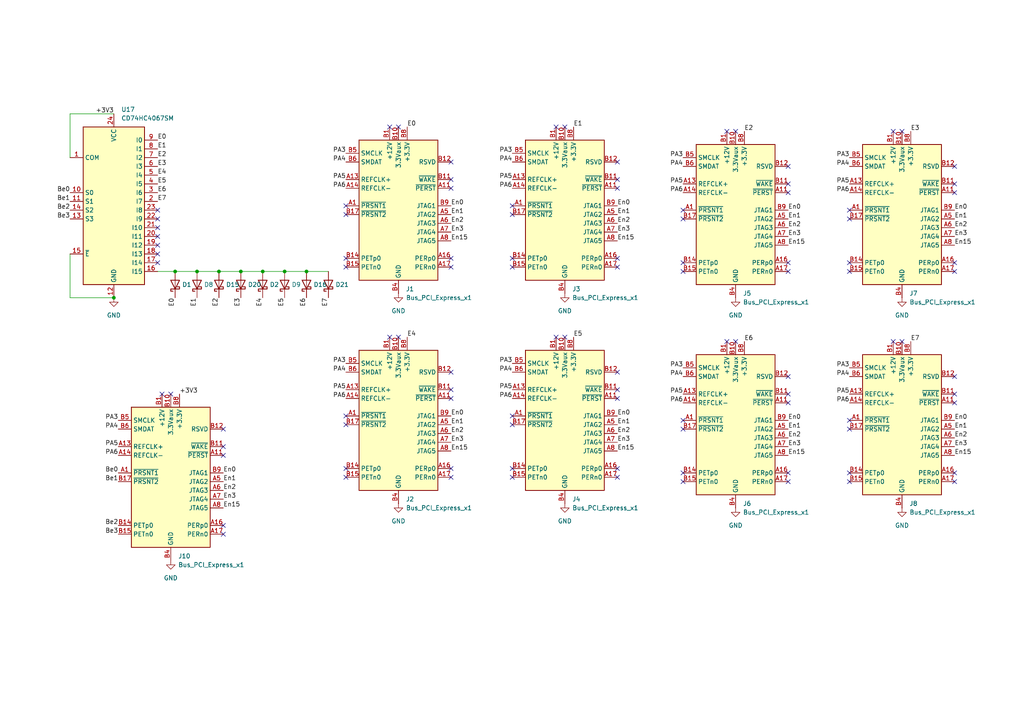
<source format=kicad_sch>
(kicad_sch (version 20250114) (generator "eeschema") (generator_version "9.0")
  (paper "A4")
  (lib_symbols
    (symbol "74xx:CD74HC4067SM"
      (property "Reference" "U" (at -8.89 22.86 0))
      (property "Value" "CD74HC4067SM" (at 1.27 22.86 0))
      (symbol "CD74HC4067SM_0_1"
        (rectangle (start -8.89 21.59) (end 8.89 -24.13) (stroke (width 0.254)) (fill (type background)))
      )
      (symbol "CD74HC4067SM_1_1"
        (pin passive line (at -12.7 12.7 0) (length 3.81) (name "COM") (number "1"))
        (pin input line (at -12.7 2.54 0) (length 3.81) (name "S0") (number "10"))
        (pin input line (at -12.7 0 0) (length 3.81) (name "S1") (number "11"))
        (pin input line (at -12.7 -2.54 0) (length 3.81) (name "S2") (number "14"))
        (pin input line (at -12.7 -5.08 0) (length 3.81) (name "S3") (number "13"))
        (pin input line (at -12.7 -15.24 0) (length 3.81) (name "~{E}") (number "15"))
        (pin power_in line (at 0 25.4 270) (length 3.81) (name "VCC") (number "24"))
        (pin power_in line (at 0 -27.94 90) (length 3.81) (name "GND") (number "12"))
        (pin passive line (at 12.7 17.78 180) (length 3.81) (name "I0") (number "9"))
        (pin passive line (at 12.7 15.24 180) (length 3.81) (name "I1") (number "8"))
        (pin passive line (at 12.7 12.7 180) (length 3.81) (name "I2") (number "7"))
        (pin passive line (at 12.7 10.16 180) (length 3.81) (name "I3") (number "6"))
        (pin passive line (at 12.7 7.62 180) (length 3.81) (name "I4") (number "5"))
        (pin passive line (at 12.7 5.08 180) (length 3.81) (name "I5") (number "4"))
        (pin passive line (at 12.7 2.54 180) (length 3.81) (name "I6") (number "3"))
        (pin passive line (at 12.7 0 180) (length 3.81) (name "I7") (number "2"))
        (pin passive line (at 12.7 -2.54 180) (length 3.81) (name "I8") (number "23"))
        (pin passive line (at 12.7 -5.08 180) (length 3.81) (name "I9") (number "22"))
        (pin passive line (at 12.7 -7.62 180) (length 3.81) (name "I10") (number "21"))
        (pin passive line (at 12.7 -10.16 180) (length 3.81) (name "I11") (number "20"))
        (pin passive line (at 12.7 -12.7 180) (length 3.81) (name "I12") (number "19"))
        (pin passive line (at 12.7 -15.24 180) (length 3.81) (name "I13") (number "18"))
        (pin passive line (at 12.7 -17.78 180) (length 3.81) (name "I14") (number "17"))
        (pin passive line (at 12.7 -20.32 180) (length 3.81) (name "I15") (number "16"))
      )
    )
    (symbol "Connector:Bus_PCI_Express_x1"
      (property "Reference" "J" (at -8.89 22.86 0))
      (property "Value" "Bus_PCI_Express_x1" (at 12.7 22.86 0))
      (symbol "Bus_PCI_Express_x1_0_1"
        (rectangle (start -11.43 21.59) (end 11.43 -19.05) (stroke (width 0.254)) (fill (type background)))
      )
      (symbol "Bus_PCI_Express_x1_1_1"
        (pin input line (at -15.24 17.78 0) (length 3.81) (name "SMCLK") (number "B5"))
        (pin bidirectional line (at -15.24 15.24 0) (length 3.81) (name "SMDAT") (number "B6"))
        (pin input line (at -15.24 10.16 0) (length 3.81) (name "REFCLK+") (number "A13"))
        (pin input line (at -15.24 7.62 0) (length 3.81) (name "REFCLK-") (number "A14"))
        (pin passive line (at -15.24 2.54 0) (length 3.81) (name "~{PRSNT1}") (number "A1"))
        (pin passive line (at -15.24 0 0) (length 3.81) (name "~{PRSNT2}") (number "B17"))
        (pin input line (at -15.24 -12.7 0) (length 3.81) (name "PETp0") (number "B14"))
        (pin input line (at -15.24 -15.24 0) (length 3.81) (name "PETn0") (number "B15"))
        (pin passive line (at -2.54 25.4 270) (length 3.81) (hide yes) (name "+12V") (number "A2"))
        (pin passive line (at -2.54 25.4 270) (length 3.81) (hide yes) (name "+12V") (number "A3"))
        (pin power_in line (at -2.54 25.4 270) (length 3.81) (name "+12V") (number "B1"))
        (pin passive line (at -2.54 25.4 270) (length 3.81) (hide yes) (name "+12V") (number "B2"))
        (pin passive line (at -2.54 25.4 270) (length 3.81) (hide yes) (name "+12V") (number "B3"))
        (pin power_in line (at 0 25.4 270) (length 3.81) (name "3.3Vaux") (number "B10"))
        (pin passive line (at 0 -22.86 90) (length 3.81) (hide yes) (name "GND") (number "A12"))
        (pin passive line (at 0 -22.86 90) (length 3.81) (hide yes) (name "GND") (number "A15"))
        (pin passive line (at 0 -22.86 90) (length 3.81) (hide yes) (name "GND") (number "A18"))
        (pin passive line (at 0 -22.86 90) (length 3.81) (hide yes) (name "GND") (number "A4"))
        (pin passive line (at 0 -22.86 90) (length 3.81) (hide yes) (name "GND") (number "B13"))
        (pin passive line (at 0 -22.86 90) (length 3.81) (hide yes) (name "GND") (number "B16"))
        (pin passive line (at 0 -22.86 90) (length 3.81) (hide yes) (name "GND") (number "B18"))
        (pin power_in line (at 0 -22.86 90) (length 3.81) (name "GND") (number "B4"))
        (pin passive line (at 0 -22.86 90) (length 3.81) (hide yes) (name "GND") (number "B7"))
        (pin passive line (at 2.54 25.4 270) (length 3.81) (hide yes) (name "+3.3V") (number "A10"))
        (pin passive line (at 2.54 25.4 270) (length 3.81) (hide yes) (name "+3.3V") (number "A9"))
        (pin power_in line (at 2.54 25.4 270) (length 3.81) (name "+3.3V") (number "B8"))
        (pin passive line (at 15.24 15.24 180) (length 3.81) (name "RSVD") (number "B12"))
        (pin open_collector line (at 15.24 10.16 180) (length 3.81) (name "~{WAKE}") (number "B11"))
        (pin input line (at 15.24 7.62 180) (length 3.81) (name "~{PERST}") (number "A11"))
        (pin input line (at 15.24 2.54 180) (length 3.81) (name "JTAG1") (number "B9"))
        (pin input line (at 15.24 0 180) (length 3.81) (name "JTAG2") (number "A5"))
        (pin input line (at 15.24 -2.54 180) (length 3.81) (name "JTAG3") (number "A6"))
        (pin output line (at 15.24 -5.08 180) (length 3.81) (name "JTAG4") (number "A7"))
        (pin input line (at 15.24 -7.62 180) (length 3.81) (name "JTAG5") (number "A8"))
        (pin output line (at 15.24 -12.7 180) (length 3.81) (name "PERp0") (number "A16"))
        (pin output line (at 15.24 -15.24 180) (length 3.81) (name "PERn0") (number "A17"))
      )
    )
    (symbol "Device:D_Schottky" (pin_numbers (hide yes)) (pin_names (offset 1.016) (hide yes))
      (property "Reference" "D" (at 0 2.54 0))
      (property "Value" "D_Schottky" (at 0 -2.54 0))
      (symbol "D_Schottky_0_1"
        (polyline (pts (xy -1.905 0.635) (xy -1.905 1.27) (xy -1.27 1.27) (xy -1.27 -1.27) (xy -0.635 -1.27) (xy -0.635 -0.635)) (stroke (width 0.254)))
        (polyline (pts (xy 1.27 1.27) (xy 1.27 -1.27) (xy -1.27 0) (xy 1.27 1.27)) (stroke (width 0.254)))
        (polyline (pts (xy 1.27 0) (xy -1.27 0)))
      )
      (symbol "D_Schottky_1_1"
        (pin passive line (at -3.81 0 0) (length 2.54) (name "K") (number "1"))
        (pin passive line (at 3.81 0 180) (length 2.54) (name "A") (number "2"))
      )
    )
    (symbol "power:GND2" (power) (pin_numbers (hide yes)) (pin_names (offset 0) (hide yes))
      (property "Value" "GND2" (at 0 -3.81 0))
      (symbol "GND2_0_1"
        (polyline (pts (xy 0 0) (xy 0 -1.27) (xy 1.27 -1.27) (xy 0 -2.54) (xy -1.27 -1.27) (xy 0 -1.27)))
      )
      (symbol "GND2_1_1"
        (pin power_in line (at 0 0 270) (length 0) (name "~") (number "1"))
      )
    )
  )
  (junction (at 33.02 86.36))
  (junction (at 76.2 78.74))
  (junction (at 57.15 78.74))
  (junction (at 82.55 78.74))
  (junction (at 50.8 78.74))
  (junction (at 69.85 78.74))
  (junction (at 88.9 78.74))
  (junction (at 63.5 78.74))
  (no_connect (at 148.59 77.47))
  (no_connect (at 246.38 121.92))
  (no_connect (at 148.59 62.23))
  (no_connect (at 213.36 99.06))
  (no_connect (at 148.59 59.69))
  (no_connect (at 276.86 76.2))
  (no_connect (at 276.86 139.7))
  (no_connect (at 100.33 74.93))
  (no_connect (at 45.72 76.2))
  (no_connect (at 161.29 36.83))
  (no_connect (at 198.12 137.16))
  (no_connect (at 130.81 74.93))
  (no_connect (at 148.59 138.43))
  (no_connect (at 228.6 139.7))
  (no_connect (at 161.29 97.79))
  (no_connect (at 276.86 53.34))
  (no_connect (at 179.07 46.99))
  (no_connect (at 130.81 77.47))
  (no_connect (at 246.38 60.96))
  (no_connect (at 45.72 63.5))
  (no_connect (at 100.33 77.47))
  (no_connect (at 148.59 123.19))
  (no_connect (at 179.07 77.47))
  (no_connect (at 198.12 60.96))
  (no_connect (at 210.82 99.06))
  (no_connect (at 246.38 63.5))
  (no_connect (at 45.72 60.96))
  (no_connect (at 179.07 138.43))
  (no_connect (at 45.72 66.04))
  (no_connect (at 276.86 116.84))
  (no_connect (at 148.59 135.89))
  (no_connect (at 246.38 78.74))
  (no_connect (at 198.12 78.74))
  (no_connect (at 276.86 48.26))
  (no_connect (at 228.6 55.88))
  (no_connect (at 115.57 97.79))
  (no_connect (at 163.83 36.83))
  (no_connect (at 148.59 120.65))
  (no_connect (at 100.33 62.23))
  (no_connect (at 179.07 52.07))
  (no_connect (at 148.59 74.93))
  (no_connect (at 45.72 68.58))
  (no_connect (at 100.33 59.69))
  (no_connect (at 228.6 53.34))
  (no_connect (at 276.86 137.16))
  (no_connect (at 210.82 38.1))
  (no_connect (at 261.62 99.06))
  (no_connect (at 228.6 48.26))
  (no_connect (at 130.81 52.07))
  (no_connect (at 179.07 74.93))
  (no_connect (at 130.81 113.03))
  (no_connect (at 163.83 97.79))
  (no_connect (at 45.72 73.66))
  (no_connect (at 64.77 152.4))
  (no_connect (at 179.07 107.95))
  (no_connect (at 198.12 121.92))
  (no_connect (at 130.81 46.99))
  (no_connect (at 198.12 63.5))
  (no_connect (at 64.77 132.08))
  (no_connect (at 130.81 107.95))
  (no_connect (at 198.12 139.7))
  (no_connect (at 130.81 138.43))
  (no_connect (at 246.38 124.46))
  (no_connect (at 276.86 109.22))
  (no_connect (at 228.6 109.22))
  (no_connect (at 246.38 137.16))
  (no_connect (at 113.03 97.79))
  (no_connect (at 179.07 54.61))
  (no_connect (at 213.36 38.1))
  (no_connect (at 198.12 76.2))
  (no_connect (at 228.6 137.16))
  (no_connect (at 130.81 115.57))
  (no_connect (at 113.03 36.83))
  (no_connect (at 228.6 78.74))
  (no_connect (at 246.38 76.2))
  (no_connect (at 179.07 115.57))
  (no_connect (at 100.33 135.89))
  (no_connect (at 100.33 138.43))
  (no_connect (at 276.86 78.74))
  (no_connect (at 261.62 38.1))
  (no_connect (at 64.77 154.94))
  (no_connect (at 198.12 124.46))
  (no_connect (at 179.07 113.03))
  (no_connect (at 100.33 120.65))
  (no_connect (at 130.81 135.89))
  (no_connect (at 100.33 123.19))
  (no_connect (at 45.72 71.12))
  (no_connect (at 228.6 116.84))
  (no_connect (at 246.38 139.7))
  (no_connect (at 179.07 135.89))
  (no_connect (at 115.57 36.83))
  (no_connect (at 130.81 54.61))
  (no_connect (at 276.86 114.3))
  (no_connect (at 259.08 99.06))
  (no_connect (at 259.08 38.1))
  (no_connect (at 276.86 55.88))
  (no_connect (at 49.53 114.3))
  (no_connect (at 228.6 114.3))
  (no_connect (at 228.6 76.2))
  (no_connect (at 64.77 124.46))
  (no_connect (at 46.99 114.3))
  (no_connect (at 64.77 129.54))
  (wire (pts (xy 88.9 78.74) (xy 95.25 78.74)))
  (wire (pts (xy 20.32 86.36) (xy 33.02 86.36)))
  (wire (pts (xy 57.15 78.74) (xy 63.5 78.74)))
  (wire (pts (xy 20.32 33.02) (xy 20.32 45.72)))
  (wire (pts (xy 45.72 78.74) (xy 50.8 78.74)))
  (wire (pts (xy 76.2 78.74) (xy 82.55 78.74)))
  (wire (pts (xy 63.5 78.74) (xy 69.85 78.74)))
  (wire (pts (xy 82.55 78.74) (xy 88.9 78.74)))
  (wire (pts (xy 50.8 78.74) (xy 57.15 78.74)))
  (wire (pts (xy 20.32 33.02) (xy 33.02 33.02)))
  (wire (pts (xy 20.32 73.66) (xy 20.32 86.36)))
  (wire (pts (xy 69.85 78.74) (xy 76.2 78.74)))
  (label "PA3" (at 198.12 45.72 180))
  (label "E3" (at 69.85 86.36 270))
  (label "En3" (at 276.86 129.54 0))
  (label "Be3" (at 34.29 154.94 180))
  (label "En0" (at 228.6 121.92 0))
  (label "PA4" (at 148.59 107.95 180))
  (label "En0" (at 130.81 120.65 0))
  (label "E7" (at 264.16 99.06 0))
  (label "E1" (at 45.72 43.18 0))
  (label "PA3" (at 198.12 106.68 180))
  (label "En1" (at 130.81 62.23 0))
  (label "En2" (at 276.86 127 0))
  (label "En15" (at 130.81 130.81 0))
  (label "E0" (at 50.8 86.36 270))
  (label "Be0" (at 20.32 55.88 180))
  (label "En2" (at 130.81 125.73 0))
  (label "PA3" (at 246.38 45.72 180))
  (label "En3" (at 276.86 68.58 0))
  (label "En2" (at 228.6 127 0))
  (label "E3" (at 264.16 38.1 0))
  (label "En15" (at 228.6 71.12 0))
  (label "E2" (at 45.72 45.72 0))
  (label "En15" (at 276.86 132.08 0))
  (label "PA4" (at 246.38 109.22 180))
  (label "En2" (at 179.07 125.73 0))
  (label "PA5" (at 100.33 113.03 180))
  (label "PA5" (at 198.12 114.3 180))
  (label "PA5" (at 246.38 53.34 180))
  (label "En15" (at 276.86 71.12 0))
  (label "E6" (at 215.9 99.06 0))
  (label "E7" (at 45.72 58.42 0))
  (label "PA4" (at 198.12 109.22 180))
  (label "E5" (at 45.72 53.34 0))
  (label "En3" (at 179.07 128.27 0))
  (label "PA6" (at 246.38 55.88 180))
  (label "En1" (at 179.07 62.23 0))
  (label "En0" (at 64.77 137.16 0))
  (label "PA4" (at 198.12 48.26 180))
  (label "En0" (at 276.86 60.96 0))
  (label "E1" (at 57.15 86.36 270))
  (label "En2" (at 276.86 66.04 0))
  (label "PA4" (at 34.29 124.46 180))
  (label "PA5" (at 148.59 113.03 180))
  (label "E5" (at 166.37 97.79 0))
  (label "PA6" (at 198.12 116.84 180))
  (label "PA4" (at 100.33 107.95 180))
  (label "E5" (at 82.55 86.36 270))
  (label "+3V3" (at 52.07 114.3 0))
  (label "Be2" (at 34.29 152.4 180))
  (label "E3" (at 45.72 48.26 0))
  (label "E4" (at 76.2 86.36 270))
  (label "En2" (at 130.81 64.77 0))
  (label "En15" (at 64.77 147.32 0))
  (label "PA5" (at 198.12 53.34 180))
  (label "PA6" (at 100.33 54.61 180))
  (label "En15" (at 130.81 69.85 0))
  (label "En3" (at 228.6 129.54 0))
  (label "En1" (at 179.07 123.19 0))
  (label "En0" (at 276.86 121.92 0))
  (label "E0" (at 45.72 40.64 0))
  (label "E2" (at 215.9 38.1 0))
  (label "En3" (at 130.81 128.27 0))
  (label "En0" (at 228.6 60.96 0))
  (label "E4" (at 45.72 50.8 0))
  (label "En3" (at 179.07 67.31 0))
  (label "En0" (at 130.81 59.69 0))
  (label "PA5" (at 148.59 52.07 180))
  (label "En3" (at 228.6 68.58 0))
  (label "En1" (at 276.86 124.46 0))
  (label "En1" (at 64.77 139.7 0))
  (label "En2" (at 64.77 142.24 0))
  (label "PA3" (at 100.33 44.45 180))
  (label "E1" (at 166.37 36.83 0))
  (label "En3" (at 130.81 67.31 0))
  (label "PA6" (at 148.59 115.57 180))
  (label "E0" (at 118.11 36.83 0))
  (label "En0" (at 179.07 59.69 0))
  (label "En2" (at 228.6 66.04 0))
  (label "PA4" (at 246.38 48.26 180))
  (label "PA3" (at 34.29 121.92 180))
  (label "Be1" (at 20.32 58.42 180))
  (label "En1" (at 130.81 123.19 0))
  (label "PA3" (at 100.33 105.41 180))
  (label "PA3" (at 148.59 44.45 180))
  (label "En0" (at 179.07 120.65 0))
  (label "PA6" (at 100.33 115.57 180))
  (label "E7" (at 95.25 86.36 270))
  (label "En2" (at 179.07 64.77 0))
  (label "Be3" (at 20.32 63.5 180))
  (label "Be2" (at 20.32 60.96 180))
  (label "En15" (at 179.07 130.81 0))
  (label "En3" (at 64.77 144.78 0))
  (label "En15" (at 228.6 132.08 0))
  (label "Be1" (at 34.29 139.7 180))
  (label "E2" (at 63.5 86.36 270))
  (label "E6" (at 45.72 55.88 0))
  (label "PA5" (at 246.38 114.3 180))
  (label "PA6" (at 246.38 116.84 180))
  (label "En1" (at 228.6 63.5 0))
  (label "PA6" (at 34.29 132.08 180))
  (label "PA4" (at 148.59 46.99 180))
  (label "E6" (at 88.9 86.36 270))
  (label "Be0" (at 34.29 137.16 180))
  (label "PA3" (at 246.38 106.68 180))
  (label "En15" (at 179.07 69.85 0))
  (label "En1" (at 276.86 63.5 0))
  (label "+3V3" (at 33.02 33.02 180))
  (label "PA6" (at 148.59 54.61 180))
  (label "PA3" (at 148.59 105.41 180))
  (label "PA6" (at 198.12 55.88 180))
  (label "PA5" (at 34.29 129.54 180))
  (label "PA4" (at 100.33 46.99 180))
  (label "E4" (at 118.11 97.79 0))
  (label "PA5" (at 100.33 52.07 180))
  (label "En1" (at 228.6 124.46 0))
  (symbol (lib_id "power:GND2") (at 163.83 85.09 0) (unit 1)
    (property "Reference" "#PWR023" (effects (hide yes)))
    (property "Value" "GND" (at 163.83 90.17 0))
    (property "Description" "Power symbol creates a global label with name \"GND2\" , ground" (effects (hide yes)))
  )
  (symbol (lib_id "Device:D_Schottky") (at 69.85 82.55 90) (unit 1)
    (property "Reference" "D20" (at 71.882 82.55 90) (effects (justify right)))
    (property "Value" "D_Schottky" (effects (hide yes)))
    (property "Footprint" "Diode_SMD:D_SOD-123" (effects (hide yes)))
    (property "Description" "Schottky diode" (effects (hide yes)))
    (property "Sim.Device" "D" (effects (hide yes)))
    (property "Sim.Pins" "1=K 2=A" (effects (hide yes)))
    (property "LCSC Part #" "C41376455" (effects (hide yes)))
  )
  (symbol (lib_id "Device:D_Schottky") (at 76.2 82.55 90) (unit 1)
    (property "Reference" "D2" (at 78.232 82.55 90) (effects (justify right)))
    (property "Value" "D_Schottky" (effects (hide yes)))
    (property "Footprint" "Diode_SMD:D_SOD-123" (effects (hide yes)))
    (property "Description" "Schottky diode" (effects (hide yes)))
    (property "Sim.Device" "D" (effects (hide yes)))
    (property "Sim.Pins" "1=K 2=A" (effects (hide yes)))
    (property "LCSC Part #" "C41376455" (effects (hide yes)))
  )
  (symbol (lib_id "Connector:Bus_PCI_Express_x1") (at 49.53 139.7 0) (unit 1)
    (property "Reference" "J10" (at 51.6733 161.29 0) (effects (justify left)))
    (property "Value" "Bus_PCI_Express_x1" (at 51.6733 163.83 0) (effects (justify left)))
    (property "Footprint" "Connector_PCBEdge:BUS_PCIexpress_x1" (effects (hide yes)))
    (property "Datasheet" "http://www.ritrontek.com/uploadfile/2016/1026/20161026105231124.pdf#page=63" (effects (hide yes)))
    (property "Description" "PCI Express bus connector x1" (effects (hide yes)))
  )
  (symbol (lib_id "power:GND2") (at 261.62 86.36 0) (unit 1)
    (property "Reference" "#PWR026" (effects (hide yes)))
    (property "Value" "GND" (at 261.62 91.44 0))
    (property "Description" "Power symbol creates a global label with name \"GND2\" , ground" (effects (hide yes)))
  )
  (symbol (lib_id "Device:D_Schottky") (at 88.9 82.55 90) (unit 1)
    (property "Reference" "D16" (at 90.932 82.55 90) (effects (justify right)))
    (property "Value" "D_Schottky" (effects (hide yes)))
    (property "Footprint" "Diode_SMD:D_SOD-123" (effects (hide yes)))
    (property "Description" "Schottky diode" (effects (hide yes)))
    (property "Sim.Device" "D" (effects (hide yes)))
    (property "Sim.Pins" "1=K 2=A" (effects (hide yes)))
    (property "LCSC Part #" "C41376455" (effects (hide yes)))
  )
  (symbol (lib_id "power:GND2") (at 115.57 146.05 0) (unit 1)
    (property "Reference" "#PWR028" (effects (hide yes)))
    (property "Value" "GND" (at 115.57 151.13 0))
    (property "Description" "Power symbol creates a global label with name \"GND2\" , ground" (effects (hide yes)))
  )
  (symbol (lib_id "power:GND2") (at 213.36 86.36 0) (unit 1)
    (property "Reference" "#PWR025" (effects (hide yes)))
    (property "Value" "GND" (at 213.36 91.44 0))
    (property "Description" "Power symbol creates a global label with name \"GND2\" , ground" (effects (hide yes)))
  )
  (symbol (lib_id "Connector:Bus_PCI_Express_x1") (at 163.83 62.23 0) (unit 1)
    (property "Reference" "J3" (at 165.9733 83.82 0) (effects (justify left)))
    (property "Value" "Bus_PCI_Express_x1" (at 165.9733 86.36 0) (effects (justify left)))
    (property "Footprint" "Local:PCIexpress_HYCW05-PCI36-155B" (effects (hide yes)))
    (property "Datasheet" "http://www.ritrontek.com/uploadfile/2016/1026/20161026105231124.pdf#page=63" (effects (hide yes)))
    (property "Description" "PCI Express bus connector x1" (effects (hide yes)))
    (property "LCSC Part #" "C42421455" (effects (hide yes)))
  )
  (symbol (lib_id "Device:D_Schottky") (at 63.5 82.55 90) (unit 1)
    (property "Reference" "D15" (at 65.532 82.55 90) (effects (justify right)))
    (property "Value" "D_Schottky" (effects (hide yes)))
    (property "Footprint" "Diode_SMD:D_SOD-123" (effects (hide yes)))
    (property "Description" "Schottky diode" (effects (hide yes)))
    (property "Sim.Device" "D" (effects (hide yes)))
    (property "Sim.Pins" "1=K 2=A" (effects (hide yes)))
    (property "LCSC Part #" "C41376455" (effects (hide yes)))
  )
  (symbol (lib_id "Device:D_Schottky") (at 57.15 82.55 90) (unit 1)
    (property "Reference" "D8" (at 59.182 82.55 90) (effects (justify right)))
    (property "Value" "D_Schottky" (effects (hide yes)))
    (property "Footprint" "Diode_SMD:D_SOD-123" (effects (hide yes)))
    (property "Description" "Schottky diode" (effects (hide yes)))
    (property "Sim.Device" "D" (effects (hide yes)))
    (property "Sim.Pins" "1=K 2=A" (effects (hide yes)))
    (property "LCSC Part #" "C41376455" (effects (hide yes)))
  )
  (symbol (lib_id "Connector:Bus_PCI_Express_x1") (at 115.57 123.19 0) (unit 1)
    (property "Reference" "J2" (at 117.7133 144.78 0) (effects (justify left)))
    (property "Value" "Bus_PCI_Express_x1" (at 117.7133 147.32 0) (effects (justify left)))
    (property "Footprint" "Local:PCIexpress_HYCW05-PCI36-155B" (effects (hide yes)))
    (property "Datasheet" "http://www.ritrontek.com/uploadfile/2016/1026/20161026105231124.pdf#page=63" (effects (hide yes)))
    (property "Description" "PCI Express bus connector x1" (effects (hide yes)))
    (property "LCSC Part #" "C42421455" (effects (hide yes)))
  )
  (symbol (lib_id "power:GND2") (at 213.36 147.32 0) (unit 1)
    (property "Reference" "#PWR030" (effects (hide yes)))
    (property "Value" "GND" (at 213.36 152.4 0))
    (property "Description" "Power symbol creates a global label with name \"GND2\" , ground" (effects (hide yes)))
  )
  (symbol (lib_id "power:GND2") (at 163.83 146.05 0) (unit 1)
    (property "Reference" "#PWR029" (effects (hide yes)))
    (property "Value" "GND" (at 163.83 151.13 0))
    (property "Description" "Power symbol creates a global label with name \"GND2\" , ground" (effects (hide yes)))
  )
  (symbol (lib_id "Connector:Bus_PCI_Express_x1") (at 261.62 124.46 0) (unit 1)
    (property "Reference" "J8" (at 263.7633 146.05 0) (effects (justify left)))
    (property "Value" "Bus_PCI_Express_x1" (at 263.7633 148.59 0) (effects (justify left)))
    (property "Footprint" "Local:PCIexpress_HYCW05-PCI36-155B" (effects (hide yes)))
    (property "Datasheet" "http://www.ritrontek.com/uploadfile/2016/1026/20161026105231124.pdf#page=63" (effects (hide yes)))
    (property "Description" "PCI Express bus connector x1" (effects (hide yes)))
    (property "LCSC Part #" "C42421455" (effects (hide yes)))
  )
  (symbol (lib_id "Device:D_Schottky") (at 95.25 82.55 90) (unit 1)
    (property "Reference" "D21" (at 97.282 82.55 90) (effects (justify right)))
    (property "Value" "D_Schottky" (effects (hide yes)))
    (property "Footprint" "Diode_SMD:D_SOD-123" (effects (hide yes)))
    (property "Description" "Schottky diode" (effects (hide yes)))
    (property "Sim.Device" "D" (effects (hide yes)))
    (property "Sim.Pins" "1=K 2=A" (effects (hide yes)))
    (property "LCSC Part #" "C41376455" (effects (hide yes)))
  )
  (symbol (lib_id "power:GND2") (at 49.53 162.56 0) (unit 1)
    (property "Reference" "#PWR032" (effects (hide yes)))
    (property "Value" "GND" (at 49.53 167.64 0))
    (property "Description" "Power symbol creates a global label with name \"GND2\" , ground" (effects (hide yes)))
  )
  (symbol (lib_id "Connector:Bus_PCI_Express_x1") (at 213.36 124.46 0) (unit 1)
    (property "Reference" "J6" (at 215.5033 146.05 0) (effects (justify left)))
    (property "Value" "Bus_PCI_Express_x1" (at 215.5033 148.59 0) (effects (justify left)))
    (property "Footprint" "Local:PCIexpress_HYCW05-PCI36-155B" (effects (hide yes)))
    (property "Datasheet" "http://www.ritrontek.com/uploadfile/2016/1026/20161026105231124.pdf#page=63" (effects (hide yes)))
    (property "Description" "PCI Express bus connector x1" (effects (hide yes)))
    (property "LCSC Part #" "C42421455" (effects (hide yes)))
  )
  (symbol (lib_id "Device:D_Schottky") (at 82.55 82.55 90) (unit 1)
    (property "Reference" "D9" (at 84.582 82.55 90) (effects (justify right)))
    (property "Value" "D_Schottky" (effects (hide yes)))
    (property "Footprint" "Diode_SMD:D_SOD-123" (effects (hide yes)))
    (property "Description" "Schottky diode" (effects (hide yes)))
    (property "Sim.Device" "D" (effects (hide yes)))
    (property "Sim.Pins" "1=K 2=A" (effects (hide yes)))
    (property "LCSC Part #" "C41376455" (effects (hide yes)))
  )
  (symbol (lib_id "Connector:Bus_PCI_Express_x1") (at 213.36 63.5 0) (unit 1)
    (property "Reference" "J5" (at 215.5033 85.09 0) (effects (justify left)))
    (property "Value" "Bus_PCI_Express_x1" (at 215.5033 87.63 0) (effects (justify left)))
    (property "Footprint" "Local:PCIexpress_HYCW05-PCI36-155B" (effects (hide yes)))
    (property "Datasheet" "http://www.ritrontek.com/uploadfile/2016/1026/20161026105231124.pdf#page=63" (effects (hide yes)))
    (property "Description" "PCI Express bus connector x1" (effects (hide yes)))
    (property "LCSC Part #" "C42421455" (effects (hide yes)))
  )
  (symbol (lib_id "Connector:Bus_PCI_Express_x1") (at 115.57 62.23 0) (unit 1)
    (property "Reference" "J1" (at 117.7133 83.82 0) (effects (justify left)))
    (property "Value" "Bus_PCI_Express_x1" (at 117.7133 86.36 0) (effects (justify left)))
    (property "Footprint" "Local:PCIexpress_HYCW05-PCI36-155B" (effects (hide yes)))
    (property "Datasheet" "http://www.ritrontek.com/uploadfile/2016/1026/20161026105231124.pdf#page=63" (effects (hide yes)))
    (property "Description" "PCI Express bus connector x1" (effects (hide yes)))
    (property "LCSC Part #" "C42421455" (effects (hide yes)))
  )
  (symbol (lib_id "power:GND2") (at 261.62 147.32 0) (unit 1)
    (property "Reference" "#PWR031" (effects (hide yes)))
    (property "Value" "GND" (at 261.62 152.4 0))
    (property "Description" "Power symbol creates a global label with name \"GND2\" , ground" (effects (hide yes)))
  )
  (symbol (lib_id "Device:D_Schottky") (at 50.8 82.55 90) (unit 1)
    (property "Reference" "D1" (at 52.832 82.55 90) (effects (justify right)))
    (property "Value" "D_Schottky" (effects (hide yes)))
    (property "Footprint" "Diode_SMD:D_SOD-123" (effects (hide yes)))
    (property "Description" "Schottky diode" (effects (hide yes)))
    (property "Sim.Device" "D" (effects (hide yes)))
    (property "Sim.Pins" "1=K 2=A" (effects (hide yes)))
    (property "LCSC Part #" "C41376455" (effects (hide yes)))
  )
  (symbol (lib_id "power:GND2") (at 33.02 86.36 0) (unit 1)
    (property "Reference" "#PWR024" (effects (hide yes)))
    (property "Value" "GND" (at 33.02 91.44 0))
    (property "Description" "Power symbol creates a global label with name \"GND2\" , ground" (effects (hide yes)))
  )
  (symbol (lib_id "74xx:CD74HC4067SM") (at 33.02 58.42 0) (unit 1)
    (property "Reference" "U17" (at 35.1633 31.75 0) (effects (justify left)))
    (property "Value" "CD74HC4067SM" (at 35.1633 34.29 0) (effects (justify left)))
    (property "Footprint" "Package_SO:SSOP-24_5.3x8.2mm_P0.65mm" (effects (hide yes)))
    (property "Datasheet" "http://www.ti.com/lit/ds/symlink/cd74hc4067.pdf" (effects (hide yes)))
    (property "Description" "High-Speed CMOS Logic 16-Channel Analog Multiplexer/Demultiplexer, SSOP-24" (effects (hide yes)))
    (property "LCSC Part #" "C98457" (effects (hide yes)))
  )
  (symbol (lib_id "Connector:Bus_PCI_Express_x1") (at 261.62 63.5 0) (unit 1)
    (property "Reference" "J7" (at 263.7633 85.09 0) (effects (justify left)))
    (property "Value" "Bus_PCI_Express_x1" (at 263.7633 87.63 0) (effects (justify left)))
    (property "Footprint" "Local:PCIexpress_HYCW05-PCI36-155B" (effects (hide yes)))
    (property "Datasheet" "http://www.ritrontek.com/uploadfile/2016/1026/20161026105231124.pdf#page=63" (effects (hide yes)))
    (property "Description" "PCI Express bus connector x1" (effects (hide yes)))
    (property "LCSC Part #" "C42421455" (effects (hide yes)))
  )
  (symbol (lib_id "Connector:Bus_PCI_Express_x1") (at 163.83 123.19 0) (unit 1)
    (property "Reference" "J4" (at 165.9733 144.78 0) (effects (justify left)))
    (property "Value" "Bus_PCI_Express_x1" (at 165.9733 147.32 0) (effects (justify left)))
    (property "Footprint" "Local:PCIexpress_HYCW05-PCI36-155B" (effects (hide yes)))
    (property "Datasheet" "http://www.ritrontek.com/uploadfile/2016/1026/20161026105231124.pdf#page=63" (effects (hide yes)))
    (property "Description" "PCI Express bus connector x1" (effects (hide yes)))
    (property "LCSC Part #" "C42421455" (effects (hide yes)))
  )
  (symbol (lib_id "power:GND2") (at 115.57 85.09 0) (unit 1)
    (property "Reference" "#PWR022" (effects (hide yes)))
    (property "Value" "GND" (at 115.57 90.17 0))
    (property "Description" "Power symbol creates a global label with name \"GND2\" , ground" (effects (hide yes)))
  )
)
</source>
